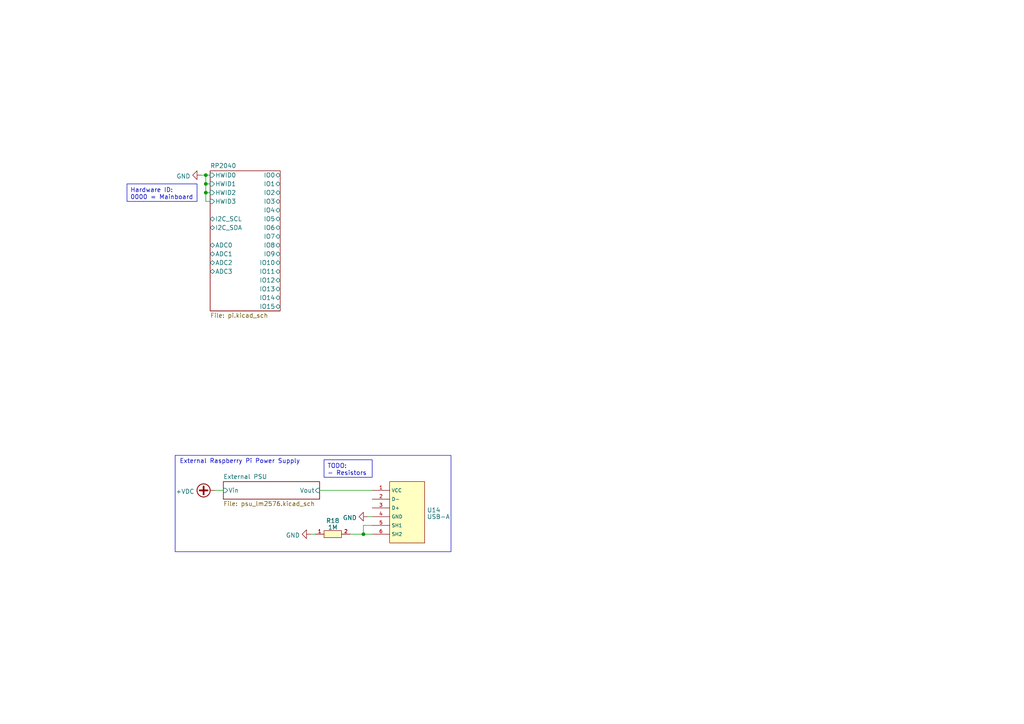
<source format=kicad_sch>
(kicad_sch (version 20230121) (generator eeschema)
  (paper "A4")
  (title_block (title "Dispensy Mainboard") (date "2023-02-20") (rev "0") (company "DrinkRobotics") (comment 1 "https://git.xythobuz.de/thomas/Dispensy") (comment 3 "PCB Thickness: 1mm") (comment 4 "DRAFT DRAFT DRAFT DRAFT DRAFT"))
  (lib_symbols
    (symbol "jlc:AC0402FR-071ML" (pin_names hide)
      (property "Reference" "R" (at 0 1.27 0))
      (property "Value" "AC0402FR-071ML" (at 0 -2.54 0))
      (symbol "AC0402FR-071ML_0_1"
        (rectangle (start -2.54 1.016) (end 2.54 -1.016) (fill (type background)))
        (pin unspecified line (at -5.08 0 0) (length 2.54) (name "1") (number "1"))
        (pin unspecified line (at 5.08 0 180) (length 2.54) (name "2") (number "2"))
      )
    )
    (symbol "jlc:U-USBAR04P-F000"
      (property "Reference" "U" (at 0 1.27 0))
      (property "Value" "U-USBAR04P-F000" (at 0 -2.54 0))
      (symbol "U-USBAR04P-F000_0_1"
        (rectangle (start -2.54 10.16) (end 7.62 -7.62) (fill (type background)))
        (pin unspecified line (at -7.62 7.62 0) (length 5.08) (name "VCC") (number "1"))
        (pin unspecified line (at -7.62 5.08 0) (length 5.08) (name "D-") (number "2"))
        (pin unspecified line (at -7.62 2.54 0) (length 5.08) (name "D+") (number "3"))
        (pin unspecified line (at -7.62 0 0) (length 5.08) (name "GND") (number "4"))
        (pin unspecified line (at -7.62 -2.54 0) (length 5.08) (name "SH1") (number "5"))
        (pin unspecified line (at -7.62 -5.08 0) (length 5.08) (name "SH2") (number "6"))
      )
    )
    (symbol "power:+VDC" (power) (pin_names (offset 0))
      (property "Value" "+VDC" (at 0 6.35 0))
      (symbol "+VDC_0_1"
        (polyline (pts (xy -1.143 3.175) (xy 1.143 3.175)) (stroke (width 0.508)))
        (polyline (pts (xy 0 0) (xy 0 1.27)))
        (polyline (pts (xy 0 2.032) (xy 0 4.318)) (stroke (width 0.508)))
        (circle (center 0 3.175) (radius 1.905) (stroke (width 0.254)))
      )
      (symbol "+VDC_1_1"
        (pin power_in line (at 0 0 90) (length 0) hide (name "+VDC") (number "1"))
      )
    )
    (symbol "power:GND" (power) (pin_names (offset 0))
      (property "Value" "GND" (at 0 -3.81 0))
      (symbol "GND_0_1"
        (polyline (pts (xy 0 0) (xy 0 -1.27) (xy 1.27 -1.27) (xy 0 -2.54) (xy -1.27 -1.27) (xy 0 -1.27)))
      )
      (symbol "GND_1_1"
        (pin power_in line (at 0 0 270) (length 0) hide (name "GND") (number "1"))
      )
    )
  )
  (junction (at 105.41 154.94))
  (junction (at 59.69 53.34))
  (junction (at 59.69 55.88))
  (junction (at 59.69 50.8))
  (wire (pts (xy 105.41 154.94) (xy 101.6 154.94)))
  (wire (pts (xy 58.42 50.8) (xy 59.69 50.8)))
  (wire (pts (xy 106.68 149.86) (xy 107.95 149.86)))
  (wire (pts (xy 60.96 58.42) (xy 59.69 58.42)))
  (wire (pts (xy 59.69 58.42) (xy 59.69 55.88)))
  (wire (pts (xy 90.17 154.94) (xy 91.44 154.94)))
  (wire (pts (xy 59.69 55.88) (xy 59.69 53.34)))
  (wire (pts (xy 105.41 152.4) (xy 105.41 154.94)))
  (wire (pts (xy 62.23 142.24) (xy 64.77 142.24)))
  (wire (pts (xy 60.96 53.34) (xy 59.69 53.34)))
  (wire (pts (xy 107.95 152.4) (xy 105.41 152.4)))
  (wire (pts (xy 59.69 53.34) (xy 59.69 50.8)))
  (wire (pts (xy 92.71 142.24) (xy 107.95 142.24)))
  (wire (pts (xy 59.69 50.8) (xy 60.96 50.8)))
  (wire (pts (xy 59.69 55.88) (xy 60.96 55.88)))
  (wire (pts (xy 105.41 154.94) (xy 107.95 154.94)))
  (rectangle (start 50.8 132.08) (end 130.81 160.02))
  (text_box "Hardware ID:\n0000 = Mainboard" (at 36.83 53.34 0) (size 20.32 5.08) (effects (font (size 1.27 1.27)) (justify left top)))
  (text_box "TODO:\n- Resistors" (at 93.98 133.35 0) (size 13.97 5.08) (effects (font (size 1.27 1.27)) (justify left top)))
  (text "External Raspberry Pi Power Supply" (at 52.07 134.62 0) (effects (font (size 1.27 1.27)) (justify left bottom)))
  (symbol (lib_id "power:GND") (at 106.68 149.86 270) (unit 1)
    (property "Reference" "#PWR052" (effects hide))
    (property "Value" "GND" (at 103.5051 150.1768 90) (effects (justify right)))
  )
  (symbol (lib_id "jlc:U-USBAR04P-F000") (at 115.57 149.86 0) (unit 1)
    (property "Reference" "U14" (at 123.825 147.9463 0) (effects (justify left)))
    (property "Value" "USB-A" (at 123.825 149.8673 0) (effects (justify left)))
    (property "Footprint" "jlc_footprints:USB-A-TH_USB-302-T" (effects hide))
    (property "Datasheet" "https://item.szlcsc.com/113689.html" (effects hide))
    (property "LCSC" "C386740" (effects hide))
  )
  (symbol (lib_id "power:GND") (at 90.17 154.94 270) (unit 1)
    (property "Reference" "#PWR053" (effects hide))
    (property "Value" "GND" (at 86.9951 155.2568 90) (effects (justify right)))
  )
  (symbol (lib_id "jlc:AC0402FR-071ML") (at 96.52 154.94 0) (unit 1)
    (property "Reference" "R18" (at 96.52 151.0411 0))
    (property "Value" "1M" (at 96.52 152.9621 0))
    (property "Footprint" "jlc_footprints:R0402" (effects hide))
    (property "Datasheet" "https://item.szlcsc.com/323315.html" (effects hide))
    (property "LCSC" "C144787" (effects hide))
    (property "Resistance" "1MΩ" (effects hide))
  )
  (symbol (lib_id "power:GND") (at 58.42 50.8 270) (unit 1)
    (property "Reference" "#PWR051" (effects hide))
    (property "Value" "GND" (at 55.2451 51.1168 90) (effects (justify right)))
  )
  (symbol (lib_id "power:+VDC") (at 62.23 142.24 90) (unit 1)
    (property "Reference" "#PWR050" (effects hide))
    (property "Value" "+VDC" (at 56.388 142.5568 90) (effects (justify left)))
  )
  (sheet (at 64.77 139.7) (size 27.94 5.08) (stroke (width 0.1524))
    (property "Sheetname" "External PSU" (at 64.77 138.9884 0) (effects (justify left bottom)))
    (property "Sheetfile" "psu_lm2576.kicad_sch" (at 64.77 145.3646 0) (effects (justify left top)))
    (pin "Vout" input (at 92.71 142.24 0))
    (pin "Vin" input (at 64.77 142.24 180))
  )
  (sheet (at 60.96 49.53) (size 20.32 40.64) (stroke (width 0.1524))
    (property "Sheetname" "RP2040" (at 60.96 48.8184 0) (effects (justify left bottom)))
    (property "Sheetfile" "pi.kicad_sch" (at 60.96 90.7546 0) (effects (justify left top)))
    (pin "IO8" bidirectional (at 81.28 71.12 0))
    (pin "IO9" bidirectional (at 81.28 73.66 0))
    (pin "IO5" bidirectional (at 81.28 63.5 0))
    (pin "IO6" bidirectional (at 81.28 66.04 0))
    (pin "IO7" bidirectional (at 81.28 68.58 0))
    (pin "IO4" bidirectional (at 81.28 60.96 0))
    (pin "IO3" bidirectional (at 81.28 58.42 0))
    (pin "IO2" bidirectional (at 81.28 55.88 0))
    (pin "IO1" bidirectional (at 81.28 53.34 0))
    (pin "IO0" bidirectional (at 81.28 50.8 0))
    (pin "IO15" bidirectional (at 81.28 88.9 0))
    (pin "IO14" bidirectional (at 81.28 86.36 0))
    (pin "ADC1" bidirectional (at 60.96 73.66 180))
    (pin "ADC2" bidirectional (at 60.96 76.2 180))
    (pin "ADC3" bidirectional (at 60.96 78.74 180))
    (pin "ADC0" bidirectional (at 60.96 71.12 180))
    (pin "IO12" bidirectional (at 81.28 81.28 0))
    (pin "I2C_SDA" bidirectional (at 60.96 66.04 180))
    (pin "IO13" bidirectional (at 81.28 83.82 0))
    (pin "IO10" bidirectional (at 81.28 76.2 0))
    (pin "IO11" bidirectional (at 81.28 78.74 0))
    (pin "I2C_SCL" bidirectional (at 60.96 63.5 180))
    (pin "HWID2" input (at 60.96 55.88 180))
    (pin "HWID3" input (at 60.96 58.42 180))
    (pin "HWID0" input (at 60.96 50.8 180))
    (pin "HWID1" input (at 60.96 53.34 180))
  )
)
</source>
